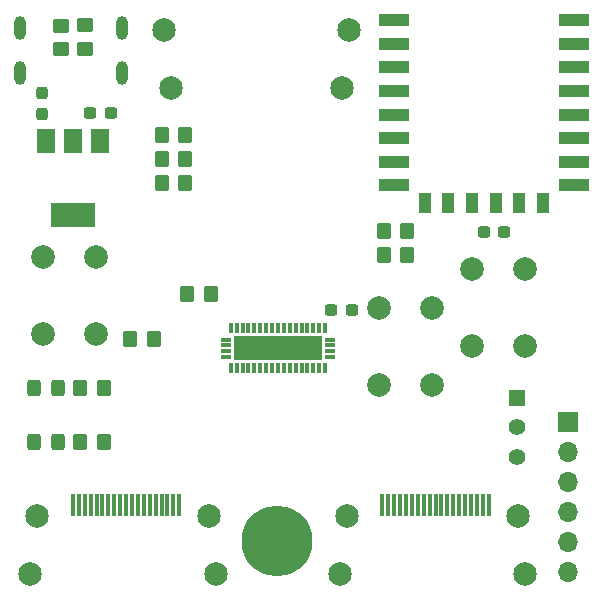
<source format=gbr>
%TF.GenerationSoftware,KiCad,Pcbnew,(6.0.10-0)*%
%TF.CreationDate,2022-12-29T22:01:02-08:00*%
%TF.ProjectId,HDMI-MUX,48444d49-2d4d-4555-982e-6b696361645f,rev?*%
%TF.SameCoordinates,Original*%
%TF.FileFunction,Soldermask,Top*%
%TF.FilePolarity,Negative*%
%FSLAX46Y46*%
G04 Gerber Fmt 4.6, Leading zero omitted, Abs format (unit mm)*
G04 Created by KiCad (PCBNEW (6.0.10-0)) date 2022-12-29 22:01:02*
%MOMM*%
%LPD*%
G01*
G04 APERTURE LIST*
G04 Aperture macros list*
%AMRoundRect*
0 Rectangle with rounded corners*
0 $1 Rounding radius*
0 $2 $3 $4 $5 $6 $7 $8 $9 X,Y pos of 4 corners*
0 Add a 4 corners polygon primitive as box body*
4,1,4,$2,$3,$4,$5,$6,$7,$8,$9,$2,$3,0*
0 Add four circle primitives for the rounded corners*
1,1,$1+$1,$2,$3*
1,1,$1+$1,$4,$5*
1,1,$1+$1,$6,$7*
1,1,$1+$1,$8,$9*
0 Add four rect primitives between the rounded corners*
20,1,$1+$1,$2,$3,$4,$5,0*
20,1,$1+$1,$4,$5,$6,$7,0*
20,1,$1+$1,$6,$7,$8,$9,0*
20,1,$1+$1,$8,$9,$2,$3,0*%
G04 Aperture macros list end*
%ADD10RoundRect,0.237500X-0.300000X-0.237500X0.300000X-0.237500X0.300000X0.237500X-0.300000X0.237500X0*%
%ADD11RoundRect,0.237500X0.237500X-0.300000X0.237500X0.300000X-0.237500X0.300000X-0.237500X-0.300000X0*%
%ADD12RoundRect,0.250000X-0.450000X0.350000X-0.450000X-0.350000X0.450000X-0.350000X0.450000X0.350000X0*%
%ADD13R,1.500000X2.000000*%
%ADD14R,3.800000X2.000000*%
%ADD15O,1.000000X2.000000*%
%ADD16RoundRect,0.250000X-0.325000X-0.450000X0.325000X-0.450000X0.325000X0.450000X-0.325000X0.450000X0*%
%ADD17RoundRect,0.250000X-0.350000X-0.450000X0.350000X-0.450000X0.350000X0.450000X-0.350000X0.450000X0*%
%ADD18RoundRect,0.008100X-0.126900X0.421900X-0.126900X-0.421900X0.126900X-0.421900X0.126900X0.421900X0*%
%ADD19RoundRect,0.008100X-0.421900X-0.126900X0.421900X-0.126900X0.421900X0.126900X-0.421900X0.126900X0*%
%ADD20R,7.550000X2.050000*%
%ADD21C,0.400000*%
%ADD22R,0.300000X1.900000*%
%ADD23C,1.995000*%
%ADD24RoundRect,0.250000X0.350000X0.450000X-0.350000X0.450000X-0.350000X-0.450000X0.350000X-0.450000X0*%
%ADD25RoundRect,0.237500X0.300000X0.237500X-0.300000X0.237500X-0.300000X-0.237500X0.300000X-0.237500X0*%
%ADD26R,1.700000X1.700000*%
%ADD27O,1.700000X1.700000*%
%ADD28C,2.000000*%
%ADD29C,6.000000*%
%ADD30R,2.500000X1.000000*%
%ADD31R,1.000000X1.800000*%
%ADD32R,1.408000X1.408000*%
%ADD33C,1.408000*%
G04 APERTURE END LIST*
D10*
%TO.C,C3*%
X29674750Y-28491250D03*
X31399750Y-28491250D03*
%TD*%
D11*
%TO.C,C2*%
X25537250Y-28543750D03*
X25537250Y-26818750D03*
%TD*%
D12*
%TO.C,R1*%
X27217250Y-21091250D03*
X27217250Y-23091250D03*
%TD*%
%TO.C,R2*%
X29207250Y-21081250D03*
X29207250Y-23081250D03*
%TD*%
D13*
%TO.C,U2*%
X30527250Y-30831250D03*
X28227250Y-30831250D03*
D14*
X28227250Y-37131250D03*
D13*
X25927250Y-30831250D03*
%TD*%
D15*
%TO.C,J2*%
X23737250Y-25081250D03*
X32377250Y-25081250D03*
X23737250Y-21281250D03*
X32377250Y-21281250D03*
%TD*%
D16*
%TO.C,D2*%
X24883000Y-56388000D03*
X26933000Y-56388000D03*
%TD*%
%TO.C,D1*%
X24880500Y-51788000D03*
X26930500Y-51788000D03*
%TD*%
D17*
%TO.C,R6*%
X28785500Y-56388000D03*
X30785500Y-56388000D03*
%TD*%
%TO.C,R5*%
X28785500Y-51788000D03*
X30785500Y-51788000D03*
%TD*%
D18*
%TO.C,U3*%
X49555250Y-46739500D03*
X49055250Y-46739500D03*
X48555250Y-46739500D03*
X48055250Y-46739500D03*
X47555250Y-46739500D03*
X47055250Y-46739500D03*
X46555250Y-46739500D03*
X46055250Y-46739500D03*
X45555250Y-46739500D03*
X45055250Y-46739500D03*
X44555250Y-46739500D03*
X44055250Y-46739500D03*
X43555250Y-46739500D03*
X43055250Y-46739500D03*
X42555250Y-46739500D03*
X42055250Y-46739500D03*
X41555250Y-46739500D03*
D19*
X41120250Y-47674500D03*
X41120250Y-48174500D03*
X41120250Y-48674500D03*
X41120250Y-49174500D03*
D18*
X41555250Y-50109500D03*
X42055250Y-50109500D03*
X42555250Y-50109500D03*
X43055250Y-50109500D03*
X43555250Y-50109500D03*
X44055250Y-50109500D03*
X44555250Y-50109500D03*
X45055250Y-50109500D03*
X45555250Y-50109500D03*
X46055250Y-50109500D03*
X46555250Y-50109500D03*
X47055250Y-50109500D03*
X47555250Y-50109500D03*
X48055250Y-50109500D03*
X48555250Y-50109500D03*
X49055250Y-50109500D03*
X49555250Y-50109500D03*
D19*
X49990250Y-49174500D03*
X49990250Y-48674500D03*
X49990250Y-48174500D03*
X49990250Y-47674500D03*
D20*
X45555250Y-48424500D03*
D21*
X49080250Y-48424500D03*
X47895250Y-47649500D03*
X47895250Y-48424500D03*
X47895250Y-49199500D03*
X46725250Y-47649500D03*
X46725250Y-48424500D03*
X46725250Y-49199500D03*
X45555250Y-47649500D03*
X45555250Y-48424500D03*
X45555250Y-49199500D03*
X44385250Y-47649500D03*
X44385250Y-48424500D03*
X44385250Y-49199500D03*
X43215250Y-47649500D03*
X43215250Y-48424500D03*
X43215250Y-49199500D03*
X42030250Y-48424500D03*
%TD*%
D22*
%TO.C,J5*%
X37196000Y-61722000D03*
X36696000Y-61722000D03*
X36196000Y-61722000D03*
X35696000Y-61722000D03*
X35196000Y-61722000D03*
X34696000Y-61722000D03*
X34196000Y-61722000D03*
X33696000Y-61722000D03*
X33196000Y-61722000D03*
X32696000Y-61722000D03*
X32196000Y-61722000D03*
X31696000Y-61722000D03*
X31196000Y-61722000D03*
X30696000Y-61722000D03*
X30196000Y-61722000D03*
X29696000Y-61722000D03*
X29196000Y-61722000D03*
X28696000Y-61722000D03*
X28196000Y-61722000D03*
D23*
X39696000Y-62622000D03*
X25196000Y-62622000D03*
X24596000Y-67522000D03*
X40296000Y-67522000D03*
%TD*%
D22*
%TO.C,J4*%
X63396000Y-61722000D03*
X62896000Y-61722000D03*
X62396000Y-61722000D03*
X61896000Y-61722000D03*
X61396000Y-61722000D03*
X60896000Y-61722000D03*
X60396000Y-61722000D03*
X59896000Y-61722000D03*
X59396000Y-61722000D03*
X58896000Y-61722000D03*
X58396000Y-61722000D03*
X57896000Y-61722000D03*
X57396000Y-61722000D03*
X56896000Y-61722000D03*
X56396000Y-61722000D03*
X55896000Y-61722000D03*
X55396000Y-61722000D03*
X54896000Y-61722000D03*
X54396000Y-61722000D03*
D23*
X65896000Y-62622000D03*
X51396000Y-62622000D03*
X50796000Y-67522000D03*
X66496000Y-67522000D03*
%TD*%
D24*
%TO.C,R10*%
X37703000Y-34417000D03*
X35703000Y-34417000D03*
%TD*%
D17*
%TO.C,R7*%
X56499000Y-40513000D03*
X54499000Y-40513000D03*
%TD*%
D25*
%TO.C,C4*%
X50064500Y-45212000D03*
X51789500Y-45212000D03*
%TD*%
D24*
%TO.C,R9*%
X35036000Y-47625000D03*
X33036000Y-47625000D03*
%TD*%
D25*
%TO.C,C1*%
X64717000Y-38608000D03*
X62992000Y-38608000D03*
%TD*%
D24*
%TO.C,R11*%
X39862000Y-43815000D03*
X37862000Y-43815000D03*
%TD*%
D26*
%TO.C,J1*%
X70129000Y-54635000D03*
D27*
X70129000Y-57175000D03*
X70129000Y-59715000D03*
X70129000Y-62255000D03*
X70129000Y-64795000D03*
X70129000Y-67335000D03*
%TD*%
D28*
%TO.C,SW1*%
X62012000Y-41708000D03*
X62012000Y-48208000D03*
X66512000Y-41708000D03*
X66512000Y-48208000D03*
%TD*%
%TO.C,SW3*%
X25690000Y-47192000D03*
X25690000Y-40692000D03*
X30190000Y-40692000D03*
X30190000Y-47192000D03*
%TD*%
D17*
%TO.C,R3*%
X35703000Y-30353000D03*
X37703000Y-30353000D03*
%TD*%
D24*
%TO.C,R8*%
X35703000Y-32385000D03*
X37703000Y-32385000D03*
%TD*%
D17*
%TO.C,R4*%
X54499000Y-38481000D03*
X56499000Y-38481000D03*
%TD*%
D29*
%TO.C,REF\u002A\u002A*%
X45466000Y-64770000D03*
%TD*%
D30*
%TO.C,U1*%
X55392000Y-20630000D03*
X55392000Y-22630000D03*
X55392000Y-24630000D03*
X55392000Y-26630000D03*
X55392000Y-28630000D03*
X55392000Y-30630000D03*
X55392000Y-32630000D03*
X55392000Y-34630000D03*
D31*
X57992000Y-36130000D03*
X59992000Y-36130000D03*
X61992000Y-36130000D03*
X63992000Y-36130000D03*
X65992000Y-36130000D03*
X67992000Y-36130000D03*
D30*
X70592000Y-34630000D03*
X70592000Y-32630000D03*
X70592000Y-30630000D03*
X70592000Y-28630000D03*
X70592000Y-26630000D03*
X70592000Y-24630000D03*
X70592000Y-22630000D03*
X70592000Y-20630000D03*
%TD*%
D32*
%TO.C,SW2*%
X65786000Y-52618000D03*
D33*
X65786000Y-55118000D03*
X65786000Y-57618000D03*
%TD*%
D28*
%TO.C,SW4*%
X58638000Y-45010000D03*
X58638000Y-51510000D03*
X54138000Y-45010000D03*
X54138000Y-51510000D03*
%TD*%
D23*
%TO.C,J3*%
X51008750Y-26390500D03*
X36508750Y-26390500D03*
X35908750Y-21490500D03*
X51608750Y-21490500D03*
%TD*%
M02*

</source>
